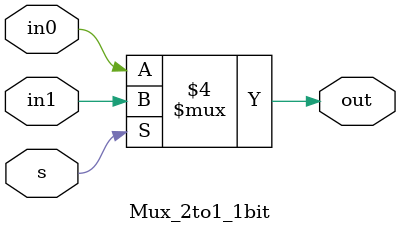
<source format=sv>

module Mux_4to1_5bits(out, s, in3, in2, in1, in0);
  input [4:0] in3, in2, in1, in0;
  input [1:0] s;
  output [4:0]out;
  reg [4:0]out;
  
  always @ (*)
   begin
     if (s == 0)
       out <= in0;
     else if (s == 1)
       out <= in1 ; 
     else if (s == 2)
       out <= in2 ; 
     else 
       out <= in3 ;
   end
endmodule

module Mux_3to1_32bits(out, s, in2, in1, in0);
  input [31:0] in2, in1, in0;
  input [1:0] s;
  output [31:0]out;
  reg [31:0]out;
  
  always @ (in1 or in2 or in0 or s)
   begin
     if (s == 0)
       out <= in0;
     else if (s == 1)
       out <= in1 ; 
     else 
       out <= in2 ; 
   end
endmodule

module Mux_4to1_32bit(out, s, in3, in2, in1, in0);
  input [31:0] in3, in2, in1, in0;
  input [1:0] s;
  output [31:0] out;
  reg [31:0] out;
  always @ (in1 or in2 or in3 or in0 or s)
   begin
     if (s == 2'd0)
       out <= in0;
     else if (s == 2'd1)
       out <= in1 ; 
     else if (s == 2'd2)
       out <= in2 ; 
     else 
       out <= in3; 
   end
endmodule

module Mux_2to1_32bit(out, s,  in1, in0);
  input [31:0] in1, in0;
  input s;
  output [31:0] out;
  reg [31:0] out;

  always @ (in1 or in0 or s)
   begin
     if (s == 1'd0)
      out <= in0;
     else
      out <= in1 ; 
   end
endmodule

module Mux_2to1_1bit(out, s,  in1, in0);
  input  in1, in0;
  input s;
  output  out;
  reg  out;

  always @ (in1 or in0 or s)
   begin
     if (s == 1'd0)
      out <= in0;
     else
      out <= in1 ; 
   end
endmodule

</source>
